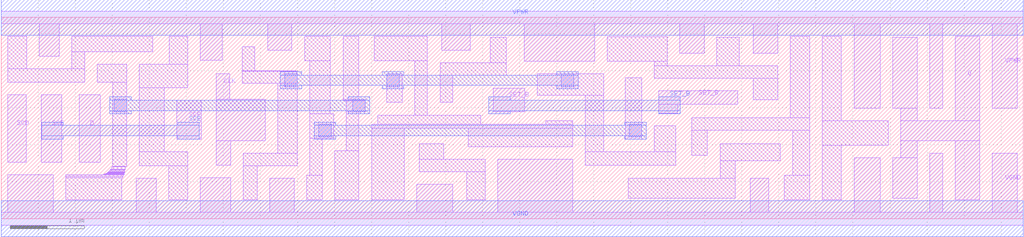
<source format=lef>
# Copyright 2020 The SkyWater PDK Authors
#
# Licensed under the Apache License, Version 2.0 (the "License");
# you may not use this file except in compliance with the License.
# You may obtain a copy of the License at
#
#     https://www.apache.org/licenses/LICENSE-2.0
#
# Unless required by applicable law or agreed to in writing, software
# distributed under the License is distributed on an "AS IS" BASIS,
# WITHOUT WARRANTIES OR CONDITIONS OF ANY KIND, either express or implied.
# See the License for the specific language governing permissions and
# limitations under the License.
#
# SPDX-License-Identifier: Apache-2.0

VERSION 5.5 ;
NAMESCASESENSITIVE ON ;
BUSBITCHARS "[]" ;
DIVIDERCHAR "/" ;
MACRO sky130_fd_sc_hd__sdfstp_4
  CLASS CORE ;
  SOURCE USER ;
  ORIGIN  0.000000  0.000000 ;
  SIZE  13.80000 BY  2.720000 ;
  SYMMETRY X Y R90 ;
  SITE unithd ;
  PIN D
    ANTENNAGATEAREA  0.159000 ;
    DIRECTION INPUT ;
    USE SIGNAL ;
    PORT
      LAYER li1 ;
        RECT 1.050000 0.765000 1.335000 1.675000 ;
    END
  END D
  PIN Q
    ANTENNADIFFAREA  0.891000 ;
    DIRECTION OUTPUT ;
    USE SIGNAL ;
    PORT
      LAYER li1 ;
        RECT 12.040000 0.275000 12.370000 0.825000 ;
        RECT 12.040000 1.495000 12.370000 2.450000 ;
        RECT 12.145000 0.825000 12.370000 1.055000 ;
        RECT 12.145000 1.055000 13.210000 1.325000 ;
        RECT 12.145000 1.325000 12.370000 1.495000 ;
        RECT 12.880000 0.255000 13.210000 1.055000 ;
        RECT 12.880000 1.325000 13.210000 2.465000 ;
    END
  END Q
  PIN SCD
    ANTENNAGATEAREA  0.159000 ;
    DIRECTION INPUT ;
    USE SIGNAL ;
    PORT
      LAYER li1 ;
        RECT 0.085000 0.765000 0.340000 1.675000 ;
    END
  END SCD
  PIN SCE
    ANTENNAGATEAREA  0.318000 ;
    DIRECTION INPUT ;
    USE SIGNAL ;
    PORT
      LAYER li1 ;
        RECT 0.540000 0.765000 0.820000 1.675000 ;
    END
    PORT
      LAYER li1 ;
        RECT 2.370000 1.075000 2.700000 1.600000 ;
    END
    PORT
      LAYER met1 ;
        RECT 0.545000 1.075000 0.835000 1.120000 ;
        RECT 0.545000 1.120000 2.675000 1.260000 ;
        RECT 0.545000 1.260000 0.835000 1.305000 ;
        RECT 2.385000 1.075000 2.675000 1.120000 ;
        RECT 2.385000 1.260000 2.675000 1.305000 ;
    END
  END SCE
  PIN SET_B
    ANTENNAGATEAREA  0.252000 ;
    DIRECTION INPUT ;
    USE SIGNAL ;
    PORT
      LAYER li1 ;
        RECT 6.640000 1.445000 7.065000 1.765000 ;
    END
    PORT
      LAYER li1 ;
        RECT 8.880000 1.425000 9.135000 1.545000 ;
        RECT 8.880000 1.545000 9.945000 1.725000 ;
    END
    PORT
      LAYER met1 ;
        RECT 6.580000 1.415000 6.870000 1.460000 ;
        RECT 6.580000 1.460000 9.170000 1.600000 ;
        RECT 6.580000 1.600000 6.870000 1.645000 ;
        RECT 8.880000 1.415000 9.170000 1.460000 ;
        RECT 8.880000 1.600000 9.170000 1.645000 ;
    END
  END SET_B
  PIN CLK
    ANTENNAGATEAREA  0.159000 ;
    DIRECTION INPUT ;
    USE CLOCK ;
    PORT
      LAYER li1 ;
        RECT 2.905000 0.725000 3.100000 1.055000 ;
        RECT 2.905000 1.055000 3.565000 1.615000 ;
        RECT 2.905000 1.615000 3.085000 1.960000 ;
    END
  END CLK
  PIN VGND
    DIRECTION INOUT ;
    SHAPE ABUTMENT ;
    USE GROUND ;
    PORT
      LAYER li1 ;
        RECT  0.000000 -0.085000 13.800000 0.085000 ;
        RECT  0.085000  0.085000  0.700000 0.595000 ;
        RECT  1.825000  0.085000  2.090000 0.545000 ;
        RECT  2.690000  0.085000  3.100000 0.555000 ;
        RECT  3.625000  0.085000  3.955000 0.545000 ;
        RECT  5.610000  0.085000  6.095000 0.465000 ;
        RECT  6.705000  0.085000  7.715000 0.805000 ;
        RECT 10.115000  0.085000 10.365000 0.545000 ;
        RECT 11.515000  0.085000 11.870000 0.825000 ;
        RECT 12.540000  0.085000 12.710000 0.885000 ;
        RECT 13.380000  0.085000 13.715000 0.885000 ;
    END
    PORT
      LAYER met1 ;
        RECT 0.000000 -0.240000 13.800000 0.240000 ;
    END
  END VGND
  PIN VPWR
    DIRECTION INOUT ;
    SHAPE ABUTMENT ;
    USE POWER ;
    PORT
      LAYER li1 ;
        RECT  0.000000 2.635000 13.800000 2.805000 ;
        RECT  0.515000 2.195000  0.785000 2.635000 ;
        RECT  2.690000 2.140000  2.985000 2.635000 ;
        RECT  3.595000 2.275000  3.925000 2.635000 ;
        RECT  5.945000 2.275000  6.330000 2.635000 ;
        RECT  7.060000 2.125000  8.015000 2.635000 ;
        RECT  9.160000 2.235000  9.490000 2.635000 ;
        RECT 10.155000 2.235000 10.485000 2.635000 ;
        RECT 11.515000 1.495000 11.870000 2.635000 ;
        RECT 12.540000 1.495000 12.710000 2.635000 ;
        RECT 13.380000 1.495000 13.715000 2.635000 ;
    END
    PORT
      LAYER met1 ;
        RECT 0.000000 2.480000 13.800000 2.960000 ;
    END
  END VPWR
  OBS
    LAYER li1 ;
      RECT  0.085000 1.845000  1.125000 2.025000 ;
      RECT  0.085000 2.025000  0.345000 2.465000 ;
      RECT  0.870000 0.255000  1.625000 0.555000 ;
      RECT  0.870000 0.555000  1.640000 0.575000 ;
      RECT  0.870000 0.575000  1.650000 0.595000 ;
      RECT  0.955000 2.025000  1.125000 2.255000 ;
      RECT  0.955000 2.255000  2.045000 2.465000 ;
      RECT  1.295000 1.845000  1.695000 2.085000 ;
      RECT  1.380000 0.595000  1.660000 0.600000 ;
      RECT  1.395000 0.600000  1.660000 0.605000 ;
      RECT  1.405000 0.605000  1.660000 0.610000 ;
      RECT  1.420000 0.610000  1.660000 0.615000 ;
      RECT  1.430000 0.615000  1.660000 0.620000 ;
      RECT  1.440000 0.620000  1.665000 0.630000 ;
      RECT  1.445000 0.630000  1.665000 0.635000 ;
      RECT  1.460000 0.635000  1.665000 0.645000 ;
      RECT  1.475000 0.645000  1.670000 0.660000 ;
      RECT  1.475000 0.660000  1.675000 0.665000 ;
      RECT  1.495000 0.665000  1.675000 0.705000 ;
      RECT  1.505000 0.705000  1.675000 0.710000 ;
      RECT  1.505000 0.710000  1.695000 1.845000 ;
      RECT  1.865000 0.715000  2.520000 0.905000 ;
      RECT  1.865000 0.905000  2.200000 1.770000 ;
      RECT  1.865000 1.770000  2.520000 2.085000 ;
      RECT  2.260000 0.255000  2.520000 0.715000 ;
      RECT  2.270000 2.085000  2.520000 2.465000 ;
      RECT  3.255000 1.830000  3.995000 1.990000 ;
      RECT  3.255000 1.990000  3.985000 2.000000 ;
      RECT  3.255000 2.000000  3.425000 2.325000 ;
      RECT  3.270000 0.255000  3.455000 0.715000 ;
      RECT  3.270000 0.715000  3.995000 0.885000 ;
      RECT  3.735000 0.885000  3.995000 1.830000 ;
      RECT  4.095000 2.135000  4.440000 2.465000 ;
      RECT  4.125000 0.255000  4.335000 0.585000 ;
      RECT  4.165000 0.585000  4.335000 1.090000 ;
      RECT  4.165000 1.090000  4.490000 1.420000 ;
      RECT  4.165000 1.420000  4.440000 2.135000 ;
      RECT  4.505000 0.255000  4.830000 0.920000 ;
      RECT  4.615000 1.590000  4.915000 1.615000 ;
      RECT  4.615000 1.615000  4.830000 2.465000 ;
      RECT  4.660000 0.920000  4.830000 1.445000 ;
      RECT  4.660000 1.445000  4.915000 1.590000 ;
      RECT  5.000000 0.255000  5.440000 1.225000 ;
      RECT  5.000000 1.225000  7.715000 1.275000 ;
      RECT  5.035000 2.135000  5.755000 2.465000 ;
      RECT  5.085000 1.275000  6.475000 1.395000 ;
      RECT  5.205000 1.575000  5.415000 1.955000 ;
      RECT  5.585000 1.395000  5.755000 2.135000 ;
      RECT  5.645000 0.635000  6.535000 0.805000 ;
      RECT  5.645000 0.805000  5.975000 1.015000 ;
      RECT  5.925000 1.575000  6.095000 1.935000 ;
      RECT  5.925000 1.935000  6.820000 2.105000 ;
      RECT  6.285000 0.255000  6.535000 0.635000 ;
      RECT  6.305000 0.975000  7.715000 1.225000 ;
      RECT  6.605000 2.105000  6.820000 2.450000 ;
      RECT  7.235000 1.670000  8.135000 1.955000 ;
      RECT  7.355000 1.275000  7.715000 1.325000 ;
      RECT  7.885000 0.720000  9.105000 0.905000 ;
      RECT  7.885000 0.905000  8.135000 1.670000 ;
      RECT  8.185000 2.125000  8.990000 2.460000 ;
      RECT  8.425000 1.075000  8.650000 1.905000 ;
      RECT  8.465000 0.275000  9.910000 0.545000 ;
      RECT  8.820000 0.905000  9.105000 1.255000 ;
      RECT  8.820000 1.895000 10.485000 2.065000 ;
      RECT  8.820000 2.065000  8.990000 2.125000 ;
      RECT  9.320000 0.855000  9.530000 1.195000 ;
      RECT  9.320000 1.195000 10.915000 1.365000 ;
      RECT  9.660000 2.065000  9.965000 2.450000 ;
      RECT  9.710000 0.545000  9.910000 0.785000 ;
      RECT  9.710000 0.785000 10.515000 1.015000 ;
      RECT 10.155000 1.605000 10.485000 1.895000 ;
      RECT 10.575000 0.255000 10.915000 0.585000 ;
      RECT 10.655000 1.365000 10.915000 2.465000 ;
      RECT 10.685000 0.585000 10.915000 1.195000 ;
      RECT 11.085000 0.255000 11.345000 0.995000 ;
      RECT 11.085000 0.995000 11.975000 1.325000 ;
      RECT 11.085000 1.325000 11.345000 2.465000 ;
    LAYER mcon ;
      RECT 1.525000 1.445000 1.695000 1.615000 ;
      RECT 3.825000 1.785000 3.995000 1.955000 ;
      RECT 4.285000 1.105000 4.455000 1.275000 ;
      RECT 4.745000 1.445000 4.915000 1.615000 ;
      RECT 5.205000 1.785000 5.375000 1.955000 ;
      RECT 7.560000 1.785000 7.730000 1.955000 ;
      RECT 8.480000 1.105000 8.650000 1.275000 ;
    LAYER met1 ;
      RECT 1.465000 1.415000 1.755000 1.460000 ;
      RECT 1.465000 1.460000 4.975000 1.600000 ;
      RECT 1.465000 1.600000 1.755000 1.645000 ;
      RECT 3.765000 1.755000 4.055000 1.800000 ;
      RECT 3.765000 1.800000 7.790000 1.940000 ;
      RECT 3.765000 1.940000 4.055000 1.985000 ;
      RECT 4.225000 1.075000 4.515000 1.120000 ;
      RECT 4.225000 1.120000 8.710000 1.260000 ;
      RECT 4.225000 1.260000 4.515000 1.305000 ;
      RECT 4.685000 1.415000 4.975000 1.460000 ;
      RECT 4.685000 1.600000 4.975000 1.645000 ;
      RECT 5.145000 1.755000 5.435000 1.800000 ;
      RECT 5.145000 1.940000 5.435000 1.985000 ;
      RECT 7.500000 1.755000 7.790000 1.800000 ;
      RECT 7.500000 1.940000 7.790000 1.985000 ;
      RECT 8.420000 1.075000 8.710000 1.120000 ;
      RECT 8.420000 1.260000 8.710000 1.305000 ;
  END
END sky130_fd_sc_hd__sdfstp_4

</source>
